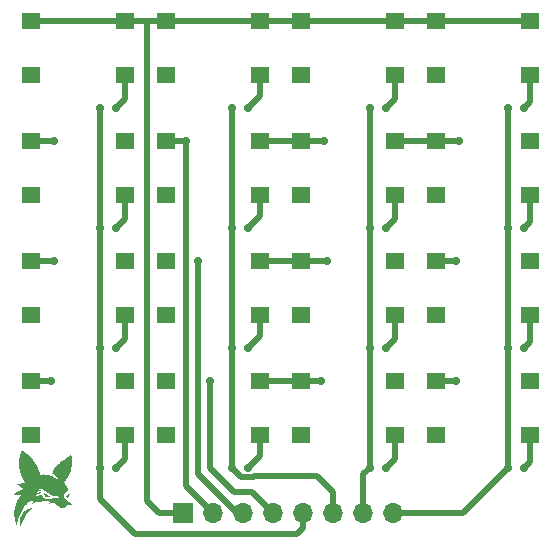
<source format=gbr>
%TF.GenerationSoftware,KiCad,Pcbnew,7.0.2*%
%TF.CreationDate,2023-04-22T16:22:17+02:00*%
%TF.ProjectId,Button_matrix,42757474-6f6e-45f6-9d61-747269782e6b,rev?*%
%TF.SameCoordinates,Original*%
%TF.FileFunction,Copper,L1,Top*%
%TF.FilePolarity,Positive*%
%FSLAX46Y46*%
G04 Gerber Fmt 4.6, Leading zero omitted, Abs format (unit mm)*
G04 Created by KiCad (PCBNEW 7.0.2) date 2023-04-22 16:22:17*
%MOMM*%
%LPD*%
G01*
G04 APERTURE LIST*
G04 Aperture macros list*
%AMRoundRect*
0 Rectangle with rounded corners*
0 $1 Rounding radius*
0 $2 $3 $4 $5 $6 $7 $8 $9 X,Y pos of 4 corners*
0 Add a 4 corners polygon primitive as box body*
4,1,4,$2,$3,$4,$5,$6,$7,$8,$9,$2,$3,0*
0 Add four circle primitives for the rounded corners*
1,1,$1+$1,$2,$3*
1,1,$1+$1,$4,$5*
1,1,$1+$1,$6,$7*
1,1,$1+$1,$8,$9*
0 Add four rect primitives between the rounded corners*
20,1,$1+$1,$2,$3,$4,$5,0*
20,1,$1+$1,$4,$5,$6,$7,0*
20,1,$1+$1,$6,$7,$8,$9,0*
20,1,$1+$1,$8,$9,$2,$3,0*%
G04 Aperture macros list end*
%TA.AperFunction,SMDPad,CuDef*%
%ADD10RoundRect,0.150000X0.150000X0.200000X-0.150000X0.200000X-0.150000X-0.200000X0.150000X-0.200000X0*%
%TD*%
%TA.AperFunction,SMDPad,CuDef*%
%ADD11R,1.600000X1.400000*%
%TD*%
%TA.AperFunction,ComponentPad*%
%ADD12R,1.700000X1.700000*%
%TD*%
%TA.AperFunction,ComponentPad*%
%ADD13O,1.700000X1.700000*%
%TD*%
%TA.AperFunction,ViaPad*%
%ADD14C,0.700000*%
%TD*%
%TA.AperFunction,Conductor*%
%ADD15C,0.500000*%
%TD*%
G04 APERTURE END LIST*
%TA.AperFunction,EtchedComponent*%
%TO.C,G\u002A\u002A\u002A*%
G36*
X72300769Y-89751422D02*
G01*
X72300354Y-89754713D01*
X72297821Y-89758487D01*
X72295201Y-89761506D01*
X72288819Y-89768845D01*
X72278948Y-89780188D01*
X72265860Y-89795222D01*
X72249831Y-89813633D01*
X72231132Y-89835105D01*
X72210038Y-89859327D01*
X72186823Y-89885982D01*
X72161760Y-89914757D01*
X72135122Y-89945338D01*
X72107183Y-89977411D01*
X72084426Y-90003534D01*
X72055443Y-90036829D01*
X72027415Y-90069078D01*
X72000631Y-90099945D01*
X71975378Y-90129098D01*
X71951943Y-90156203D01*
X71930615Y-90180926D01*
X71911680Y-90202933D01*
X71895426Y-90221891D01*
X71882142Y-90237466D01*
X71872114Y-90249324D01*
X71865631Y-90257132D01*
X71863300Y-90260084D01*
X71851686Y-90276621D01*
X71837553Y-90297805D01*
X71821348Y-90322899D01*
X71803515Y-90351167D01*
X71784497Y-90381872D01*
X71764741Y-90414278D01*
X71744690Y-90447649D01*
X71724789Y-90481246D01*
X71705483Y-90514334D01*
X71687217Y-90546177D01*
X71670435Y-90576037D01*
X71655581Y-90603178D01*
X71650931Y-90611881D01*
X71618016Y-90676292D01*
X71584870Y-90745708D01*
X71551933Y-90819022D01*
X71519646Y-90895131D01*
X71488451Y-90972931D01*
X71458789Y-91051315D01*
X71431100Y-91129182D01*
X71405826Y-91205425D01*
X71383407Y-91278940D01*
X71380405Y-91289357D01*
X71377288Y-91299686D01*
X71375103Y-91304875D01*
X71373301Y-91305747D01*
X71371334Y-91303127D01*
X71371288Y-91303043D01*
X71367713Y-91295041D01*
X71362884Y-91282211D01*
X71357160Y-91265655D01*
X71350896Y-91246477D01*
X71344449Y-91225777D01*
X71338176Y-91204659D01*
X71332434Y-91184226D01*
X71330473Y-91176897D01*
X71318013Y-91125171D01*
X71308158Y-91073989D01*
X71300671Y-91021720D01*
X71295317Y-90966732D01*
X71291967Y-90909909D01*
X71291439Y-90864344D01*
X71293438Y-90814864D01*
X71297797Y-90763077D01*
X71304350Y-90710592D01*
X71312930Y-90659015D01*
X71322939Y-90611765D01*
X71343886Y-90536400D01*
X71370693Y-90461793D01*
X71403077Y-90388503D01*
X71440759Y-90317089D01*
X71483455Y-90248108D01*
X71530884Y-90182121D01*
X71554524Y-90152548D01*
X71572661Y-90131514D01*
X71593931Y-90108334D01*
X71617200Y-90084139D01*
X71641329Y-90060059D01*
X71665183Y-90037226D01*
X71687626Y-90016770D01*
X71707520Y-89999823D01*
X71710004Y-89997821D01*
X71777790Y-89947536D01*
X71848787Y-89902404D01*
X71922687Y-89862576D01*
X71999182Y-89828200D01*
X72077963Y-89799425D01*
X72158723Y-89776400D01*
X72177018Y-89772054D01*
X72194275Y-89768286D01*
X72212957Y-89764518D01*
X72232074Y-89760914D01*
X72250636Y-89757639D01*
X72267653Y-89754859D01*
X72282135Y-89752738D01*
X72293091Y-89751443D01*
X72299533Y-89751136D01*
X72300769Y-89751422D01*
G37*
%TD.AperFunction*%
%TA.AperFunction,EtchedComponent*%
G36*
X71462199Y-84852188D02*
G01*
X71464744Y-84853669D01*
X71465037Y-84853826D01*
X71471765Y-84857756D01*
X71482876Y-84864688D01*
X71497676Y-84874159D01*
X71515472Y-84885709D01*
X71535569Y-84898876D01*
X71557275Y-84913199D01*
X71579895Y-84928217D01*
X71602736Y-84943467D01*
X71625104Y-84958489D01*
X71646306Y-84972821D01*
X71665647Y-84986001D01*
X71682435Y-84997569D01*
X71695976Y-85007063D01*
X71703088Y-85012181D01*
X71818887Y-85100647D01*
X71930970Y-85193776D01*
X72039595Y-85291796D01*
X72145021Y-85394935D01*
X72198179Y-85450153D01*
X72295769Y-85558029D01*
X72389136Y-85670269D01*
X72478118Y-85786626D01*
X72562550Y-85906851D01*
X72642271Y-86030698D01*
X72717117Y-86157916D01*
X72786926Y-86288260D01*
X72851534Y-86421480D01*
X72883872Y-86493766D01*
X72897951Y-86527206D01*
X72913278Y-86565453D01*
X72929457Y-86607396D01*
X72946089Y-86651922D01*
X72962778Y-86697918D01*
X72979127Y-86744271D01*
X72994739Y-86789869D01*
X73009216Y-86833600D01*
X73022162Y-86874350D01*
X73033179Y-86911007D01*
X73034825Y-86916728D01*
X73040378Y-86936176D01*
X73051783Y-86934377D01*
X73066248Y-86932324D01*
X73085406Y-86929938D01*
X73107828Y-86927369D01*
X73132081Y-86924767D01*
X73156734Y-86922283D01*
X73180356Y-86920068D01*
X73201516Y-86918271D01*
X73213448Y-86917387D01*
X73249685Y-86915573D01*
X73290408Y-86914666D01*
X73334123Y-86914626D01*
X73379340Y-86915414D01*
X73424567Y-86916988D01*
X73468312Y-86919309D01*
X73509083Y-86922335D01*
X73545388Y-86926028D01*
X73548870Y-86926451D01*
X73623299Y-86937225D01*
X73698036Y-86951064D01*
X73771959Y-86967679D01*
X73843949Y-86986783D01*
X73912885Y-87008087D01*
X73977647Y-87031303D01*
X74014347Y-87046163D01*
X74077509Y-87074417D01*
X74143687Y-87106723D01*
X74211863Y-87142497D01*
X74281016Y-87181159D01*
X74350127Y-87222125D01*
X74418176Y-87264814D01*
X74484143Y-87308644D01*
X74528566Y-87339714D01*
X74547754Y-87353464D01*
X74565795Y-87366445D01*
X74581943Y-87378117D01*
X74595452Y-87387938D01*
X74605579Y-87395370D01*
X74611577Y-87399871D01*
X74612149Y-87400319D01*
X74618382Y-87404968D01*
X74622402Y-87407101D01*
X74624061Y-87406356D01*
X74623209Y-87402371D01*
X74619697Y-87394786D01*
X74613375Y-87383240D01*
X74604094Y-87367370D01*
X74591704Y-87346816D01*
X74586440Y-87338178D01*
X74578635Y-87325496D01*
X74571466Y-87314136D01*
X74564275Y-87303136D01*
X74556401Y-87291532D01*
X74547186Y-87278359D01*
X74535970Y-87262656D01*
X74522094Y-87243458D01*
X74513902Y-87232178D01*
X74470205Y-87176083D01*
X74421310Y-87120607D01*
X74368157Y-87066660D01*
X74311687Y-87015151D01*
X74252839Y-86966990D01*
X74198694Y-86927308D01*
X74180800Y-86915230D01*
X74160333Y-86901934D01*
X74138554Y-86888192D01*
X74116722Y-86874779D01*
X74096099Y-86862468D01*
X74077943Y-86852033D01*
X74063515Y-86844246D01*
X74062738Y-86843851D01*
X74055053Y-86839232D01*
X74050366Y-86835007D01*
X74049692Y-86833464D01*
X74050478Y-86825521D01*
X74052650Y-86812625D01*
X74055976Y-86795752D01*
X74060226Y-86775878D01*
X74065168Y-86753979D01*
X74070571Y-86731030D01*
X74076203Y-86708008D01*
X74081835Y-86685887D01*
X74087233Y-86665644D01*
X74092168Y-86648255D01*
X74096408Y-86634695D01*
X74097595Y-86631283D01*
X74105734Y-86610329D01*
X74116300Y-86585547D01*
X74128597Y-86558399D01*
X74141927Y-86530346D01*
X74155592Y-86502851D01*
X74168895Y-86477376D01*
X74181137Y-86455382D01*
X74183252Y-86451774D01*
X74220568Y-86391882D01*
X74261031Y-86333084D01*
X74304915Y-86275097D01*
X74352497Y-86217637D01*
X74404053Y-86160421D01*
X74459857Y-86103166D01*
X74520186Y-86045589D01*
X74585316Y-85987407D01*
X74655521Y-85928337D01*
X74731079Y-85868096D01*
X74810113Y-85807999D01*
X74827743Y-85795000D01*
X74848997Y-85779536D01*
X74873561Y-85761827D01*
X74901123Y-85742089D01*
X74931369Y-85720540D01*
X74963987Y-85697398D01*
X74998663Y-85672880D01*
X75035085Y-85647203D01*
X75072938Y-85620586D01*
X75111910Y-85593245D01*
X75151689Y-85565399D01*
X75191960Y-85537264D01*
X75232410Y-85509059D01*
X75272727Y-85481001D01*
X75312598Y-85453308D01*
X75351709Y-85426197D01*
X75389747Y-85399885D01*
X75426400Y-85374591D01*
X75461353Y-85350531D01*
X75494295Y-85327924D01*
X75524911Y-85306987D01*
X75552889Y-85287937D01*
X75577916Y-85270992D01*
X75599678Y-85256370D01*
X75617863Y-85244288D01*
X75632157Y-85234963D01*
X75642248Y-85228614D01*
X75647821Y-85225458D01*
X75648869Y-85225193D01*
X75650417Y-85231276D01*
X75652795Y-85242413D01*
X75655819Y-85257597D01*
X75659305Y-85275821D01*
X75663067Y-85296078D01*
X75666921Y-85317362D01*
X75670681Y-85338665D01*
X75674165Y-85358981D01*
X75677185Y-85377304D01*
X75679433Y-85391777D01*
X75687179Y-85447074D01*
X75693484Y-85499479D01*
X75698447Y-85550418D01*
X75702167Y-85601318D01*
X75704743Y-85653607D01*
X75706274Y-85708710D01*
X75706860Y-85768056D01*
X75706867Y-85786587D01*
X75706605Y-85833633D01*
X75705925Y-85875887D01*
X75704755Y-85914693D01*
X75703021Y-85951396D01*
X75700650Y-85987339D01*
X75697569Y-86023866D01*
X75693706Y-86062321D01*
X75690182Y-86093833D01*
X75672661Y-86219382D01*
X75649320Y-86344312D01*
X75620298Y-86468227D01*
X75585730Y-86590733D01*
X75545755Y-86711436D01*
X75500510Y-86829940D01*
X75450133Y-86945852D01*
X75394760Y-87058776D01*
X75334528Y-87168318D01*
X75291376Y-87239859D01*
X75261918Y-87285623D01*
X75229565Y-87333531D01*
X75195347Y-87382157D01*
X75160294Y-87430076D01*
X75125439Y-87475862D01*
X75091810Y-87518090D01*
X75079257Y-87533279D01*
X75068696Y-87546009D01*
X75059682Y-87557070D01*
X75052888Y-87565618D01*
X75048992Y-87570808D01*
X75048326Y-87571945D01*
X75049848Y-87575334D01*
X75054282Y-87583383D01*
X75061294Y-87595541D01*
X75070545Y-87611253D01*
X75081699Y-87629966D01*
X75094419Y-87651127D01*
X75108370Y-87674182D01*
X75123212Y-87698577D01*
X75138611Y-87723759D01*
X75154230Y-87749175D01*
X75169731Y-87774270D01*
X75184777Y-87798492D01*
X75199033Y-87821286D01*
X75212161Y-87842100D01*
X75223426Y-87859760D01*
X75236728Y-87880432D01*
X75248678Y-87898909D01*
X75259703Y-87915818D01*
X75270235Y-87931785D01*
X75280702Y-87947435D01*
X75291534Y-87963395D01*
X75303160Y-87980293D01*
X75316009Y-87998752D01*
X75330513Y-88019402D01*
X75347098Y-88042866D01*
X75366197Y-88069772D01*
X75388236Y-88100747D01*
X75400022Y-88117293D01*
X75452731Y-88191279D01*
X75234349Y-88402428D01*
X75203621Y-88432126D01*
X75174109Y-88460623D01*
X75146117Y-88487629D01*
X75119948Y-88512850D01*
X75095907Y-88535996D01*
X75074296Y-88556775D01*
X75055419Y-88574895D01*
X75039580Y-88590063D01*
X75027083Y-88601989D01*
X75018230Y-88610381D01*
X75013326Y-88614946D01*
X75012429Y-88615716D01*
X75011722Y-88618114D01*
X75011695Y-88624289D01*
X75012383Y-88634596D01*
X75013824Y-88649387D01*
X75016053Y-88669013D01*
X75019107Y-88693830D01*
X75023021Y-88724188D01*
X75025387Y-88742120D01*
X75028992Y-88769119D01*
X75032389Y-88794255D01*
X75035485Y-88816868D01*
X75038188Y-88836296D01*
X75040406Y-88851877D01*
X75042045Y-88862952D01*
X75043015Y-88868860D01*
X75043194Y-88869627D01*
X75045676Y-88871924D01*
X75052637Y-88877908D01*
X75063816Y-88887360D01*
X75078949Y-88900062D01*
X75097771Y-88915794D01*
X75120021Y-88934339D01*
X75145434Y-88955476D01*
X75173747Y-88978987D01*
X75204697Y-89004654D01*
X75238020Y-89032257D01*
X75273453Y-89061577D01*
X75310734Y-89092396D01*
X75349597Y-89124495D01*
X75389780Y-89157655D01*
X75392786Y-89160134D01*
X75444730Y-89203005D01*
X75492076Y-89242138D01*
X75534991Y-89277675D01*
X75573644Y-89309758D01*
X75608201Y-89338528D01*
X75638831Y-89364126D01*
X75665702Y-89386694D01*
X75688980Y-89406373D01*
X75708834Y-89423304D01*
X75725432Y-89437630D01*
X75738941Y-89449490D01*
X75749529Y-89459028D01*
X75757363Y-89466384D01*
X75762612Y-89471699D01*
X75763433Y-89472604D01*
X75785799Y-89497810D01*
X75763433Y-89490170D01*
X75743868Y-89484349D01*
X75719912Y-89478583D01*
X75693310Y-89473213D01*
X75665808Y-89468580D01*
X75639153Y-89465025D01*
X75629633Y-89464031D01*
X75593106Y-89462186D01*
X75553870Y-89463108D01*
X75513749Y-89466599D01*
X75474568Y-89472461D01*
X75438152Y-89480496D01*
X75415335Y-89487290D01*
X75368599Y-89505763D01*
X75322239Y-89529248D01*
X75277997Y-89556768D01*
X75238454Y-89586640D01*
X75208556Y-89614704D01*
X75179786Y-89647733D01*
X75153045Y-89684554D01*
X75129236Y-89723991D01*
X75120913Y-89739877D01*
X75103969Y-89773665D01*
X75072258Y-89778839D01*
X75049973Y-89782142D01*
X75027366Y-89784898D01*
X75005710Y-89787001D01*
X74986278Y-89788343D01*
X74970342Y-89788818D01*
X74959175Y-89788319D01*
X74959127Y-89788314D01*
X74908345Y-89780508D01*
X74861747Y-89769963D01*
X74817815Y-89756237D01*
X74775033Y-89738884D01*
X74751180Y-89727501D01*
X74739343Y-89721312D01*
X74726982Y-89714300D01*
X74713740Y-89706200D01*
X74699257Y-89696748D01*
X74683176Y-89685678D01*
X74665137Y-89672726D01*
X74644782Y-89657627D01*
X74621753Y-89640116D01*
X74595690Y-89619928D01*
X74566237Y-89596799D01*
X74533034Y-89570463D01*
X74495722Y-89540656D01*
X74465998Y-89516805D01*
X74437069Y-89493650D01*
X74412230Y-89474011D01*
X74390865Y-89457457D01*
X74372356Y-89443557D01*
X74356085Y-89431878D01*
X74341433Y-89421990D01*
X74327785Y-89413462D01*
X74314521Y-89405860D01*
X74301023Y-89398754D01*
X74287459Y-89392088D01*
X74256925Y-89377906D01*
X74230001Y-89366458D01*
X74205105Y-89357190D01*
X74180655Y-89349551D01*
X74155071Y-89342986D01*
X74133763Y-89338349D01*
X74116119Y-89334907D01*
X74101009Y-89332449D01*
X74086611Y-89330804D01*
X74071107Y-89329798D01*
X74052675Y-89329260D01*
X74035444Y-89329057D01*
X74014261Y-89329000D01*
X73997401Y-89329296D01*
X73983046Y-89330101D01*
X73969379Y-89331571D01*
X73954581Y-89333862D01*
X73936834Y-89337133D01*
X73932927Y-89337888D01*
X73906014Y-89343881D01*
X73877881Y-89351503D01*
X73850234Y-89360206D01*
X73824779Y-89369443D01*
X73803223Y-89378664D01*
X73797926Y-89381266D01*
X73790253Y-89385033D01*
X73785167Y-89387254D01*
X73784272Y-89387507D01*
X73784854Y-89384712D01*
X73787178Y-89376794D01*
X73791019Y-89364454D01*
X73796157Y-89348391D01*
X73802368Y-89329305D01*
X73809430Y-89307897D01*
X73812980Y-89297231D01*
X73843110Y-89206955D01*
X73822728Y-89205009D01*
X73791679Y-89202432D01*
X73755366Y-89200083D01*
X73714669Y-89197981D01*
X73670464Y-89196144D01*
X73623630Y-89194590D01*
X73575046Y-89193339D01*
X73525589Y-89192408D01*
X73476138Y-89191817D01*
X73427570Y-89191584D01*
X73380763Y-89191726D01*
X73336597Y-89192263D01*
X73295949Y-89193214D01*
X73283102Y-89193634D01*
X73163315Y-89199752D01*
X73045141Y-89209523D01*
X72929029Y-89222864D01*
X72815426Y-89239688D01*
X72704779Y-89259910D01*
X72597536Y-89283444D01*
X72494144Y-89310205D01*
X72395051Y-89340108D01*
X72300703Y-89373067D01*
X72258669Y-89389371D01*
X72247159Y-89393808D01*
X72237988Y-89397010D01*
X72232496Y-89398525D01*
X72231552Y-89398514D01*
X72233018Y-89396031D01*
X72238056Y-89390740D01*
X72245146Y-89384174D01*
X72288717Y-89342437D01*
X72328383Y-89297868D01*
X72363640Y-89251161D01*
X72393983Y-89203012D01*
X72418905Y-89154114D01*
X72427712Y-89133325D01*
X72433448Y-89118072D01*
X72439367Y-89100889D01*
X72445189Y-89082768D01*
X72450632Y-89064701D01*
X72455416Y-89047678D01*
X72459262Y-89032690D01*
X72461886Y-89020729D01*
X72463011Y-89012787D01*
X72462634Y-89009984D01*
X72459174Y-89010457D01*
X72450888Y-89013285D01*
X72438485Y-89018156D01*
X72422671Y-89024756D01*
X72404157Y-89032774D01*
X72383651Y-89041894D01*
X72361862Y-89051805D01*
X72339497Y-89062193D01*
X72317265Y-89072745D01*
X72295876Y-89083148D01*
X72286090Y-89088010D01*
X72204395Y-89131307D01*
X72127798Y-89176980D01*
X72055515Y-89225624D01*
X71986761Y-89277836D01*
X71920753Y-89334211D01*
X71856707Y-89395345D01*
X71793838Y-89461833D01*
X71792983Y-89462782D01*
X71734203Y-89530421D01*
X71678408Y-89599580D01*
X71625338Y-89670711D01*
X71574732Y-89744264D01*
X71526331Y-89820691D01*
X71479872Y-89900444D01*
X71435097Y-89983974D01*
X71391744Y-90071732D01*
X71349553Y-90164170D01*
X71308264Y-90261739D01*
X71267616Y-90364891D01*
X71258452Y-90389128D01*
X71237244Y-90446980D01*
X71215752Y-90508157D01*
X71194339Y-90571504D01*
X71173370Y-90635866D01*
X71153208Y-90700090D01*
X71134218Y-90763023D01*
X71116764Y-90823509D01*
X71101210Y-90880395D01*
X71091229Y-90919126D01*
X71083810Y-90948986D01*
X71077375Y-90975355D01*
X71071621Y-90999585D01*
X71066245Y-91023023D01*
X71060943Y-91047020D01*
X71055412Y-91072925D01*
X71049349Y-91102087D01*
X71042449Y-91135857D01*
X71042015Y-91137994D01*
X71024403Y-91224745D01*
X71017837Y-91208660D01*
X71014772Y-91200867D01*
X71010029Y-91188460D01*
X71004044Y-91172593D01*
X70997252Y-91154421D01*
X70990089Y-91135101D01*
X70988623Y-91131126D01*
X70948022Y-91012850D01*
X70912983Y-90893569D01*
X70883523Y-90773550D01*
X70859660Y-90653063D01*
X70841412Y-90532376D01*
X70828798Y-90411758D01*
X70821834Y-90291476D01*
X70820539Y-90171801D01*
X70824931Y-90052999D01*
X70835029Y-89935340D01*
X70850848Y-89819093D01*
X70872409Y-89704526D01*
X70888572Y-89634839D01*
X70910755Y-89553053D01*
X70937068Y-89468747D01*
X70966963Y-89383387D01*
X70999889Y-89298437D01*
X71035299Y-89215362D01*
X71072644Y-89135625D01*
X71084947Y-89110985D01*
X71117927Y-89049075D01*
X71155053Y-88984915D01*
X71195471Y-88919823D01*
X71238324Y-88855117D01*
X71274352Y-88804032D01*
X72577973Y-88804032D01*
X72580586Y-88803522D01*
X72587845Y-88800677D01*
X72598884Y-88795873D01*
X72612835Y-88789489D01*
X72627901Y-88782348D01*
X72696645Y-88752160D01*
X72767278Y-88726736D01*
X72839084Y-88706230D01*
X72911345Y-88690797D01*
X72983346Y-88680594D01*
X73054369Y-88675776D01*
X73117189Y-88676186D01*
X73137404Y-88677142D01*
X73152264Y-88678056D01*
X73162559Y-88679043D01*
X73169077Y-88680218D01*
X73172607Y-88681695D01*
X73173937Y-88683591D01*
X73174030Y-88684474D01*
X73175496Y-88689708D01*
X73179511Y-88699126D01*
X73185498Y-88711618D01*
X73192880Y-88726077D01*
X73201082Y-88741395D01*
X73209526Y-88756464D01*
X73217636Y-88770176D01*
X73223171Y-88778931D01*
X73257328Y-88825453D01*
X73295543Y-88867391D01*
X73337703Y-88904675D01*
X73383692Y-88937232D01*
X73433398Y-88964992D01*
X73486707Y-88987883D01*
X73543505Y-89005834D01*
X73603678Y-89018773D01*
X73605710Y-89019112D01*
X73624468Y-89021378D01*
X73647763Y-89022903D01*
X73674030Y-89023698D01*
X73701709Y-89023774D01*
X73729236Y-89023141D01*
X73755048Y-89021810D01*
X73777583Y-89019794D01*
X73791594Y-89017802D01*
X73854409Y-89003912D01*
X73913931Y-88984946D01*
X73970587Y-88960720D01*
X74024804Y-88931050D01*
X74077010Y-88895752D01*
X74080766Y-88892940D01*
X74092500Y-88884343D01*
X74100572Y-88879168D01*
X74106028Y-88876886D01*
X74109911Y-88876970D01*
X74111242Y-88877539D01*
X74116503Y-88878673D01*
X74126513Y-88878824D01*
X74141702Y-88877980D01*
X74162500Y-88876128D01*
X74163710Y-88876007D01*
X74235589Y-88871831D01*
X74306852Y-88873740D01*
X74377281Y-88881696D01*
X74446658Y-88895658D01*
X74514764Y-88915588D01*
X74581381Y-88941447D01*
X74614792Y-88956945D01*
X74627461Y-88963018D01*
X74637971Y-88967794D01*
X74645193Y-88970779D01*
X74647982Y-88971503D01*
X74647141Y-88968437D01*
X74644166Y-88960022D01*
X74639195Y-88946622D01*
X74632369Y-88928598D01*
X74623825Y-88906311D01*
X74613702Y-88880122D01*
X74602141Y-88850394D01*
X74589280Y-88817488D01*
X74575258Y-88781765D01*
X74563534Y-88751997D01*
X74561797Y-88750434D01*
X74557510Y-88749454D01*
X74549850Y-88749026D01*
X74537993Y-88749116D01*
X74521115Y-88749691D01*
X74513953Y-88749997D01*
X74459271Y-88750633D01*
X74400663Y-88748046D01*
X74339311Y-88742432D01*
X74276397Y-88733986D01*
X74213101Y-88722902D01*
X74150606Y-88709377D01*
X74090093Y-88693604D01*
X74032743Y-88675780D01*
X74005129Y-88665975D01*
X73942083Y-88640045D01*
X73877177Y-88608464D01*
X73810648Y-88571355D01*
X73742733Y-88528846D01*
X73732147Y-88521814D01*
X73710822Y-88507361D01*
X73690151Y-88492942D01*
X73669585Y-88478126D01*
X73648573Y-88462481D01*
X73626568Y-88445575D01*
X73603019Y-88426979D01*
X73577378Y-88406260D01*
X73549095Y-88382987D01*
X73517620Y-88356729D01*
X73482405Y-88327054D01*
X73461305Y-88309173D01*
X73415334Y-88271389D01*
X73372123Y-88238538D01*
X73331153Y-88210353D01*
X73291904Y-88186571D01*
X73253857Y-88166927D01*
X73216494Y-88151155D01*
X73179294Y-88138991D01*
X73141739Y-88130171D01*
X73103310Y-88124428D01*
X73098116Y-88123883D01*
X73055892Y-88122661D01*
X73012931Y-88127156D01*
X72970061Y-88137141D01*
X72928106Y-88152391D01*
X72887893Y-88172678D01*
X72863427Y-88188218D01*
X72851673Y-88196329D01*
X72843303Y-88202440D01*
X72838687Y-88206861D01*
X72838196Y-88209901D01*
X72842200Y-88211868D01*
X72851069Y-88213072D01*
X72865176Y-88213822D01*
X72884889Y-88214427D01*
X72895209Y-88214721D01*
X72942322Y-88217311D01*
X72984866Y-88222345D01*
X73024012Y-88230067D01*
X73060930Y-88240722D01*
X73096788Y-88254554D01*
X73106409Y-88258850D01*
X73118693Y-88264783D01*
X73132089Y-88271726D01*
X73145490Y-88279046D01*
X73157792Y-88286110D01*
X73167891Y-88292282D01*
X73174681Y-88296930D01*
X73177060Y-88299381D01*
X73176308Y-88303657D01*
X73175185Y-88308233D01*
X73172673Y-88313010D01*
X73168373Y-88312481D01*
X73168314Y-88312451D01*
X73161615Y-88309817D01*
X73150415Y-88306289D01*
X73136220Y-88302271D01*
X73120536Y-88298163D01*
X73104869Y-88294369D01*
X73090725Y-88291289D01*
X73084929Y-88290185D01*
X73067854Y-88288023D01*
X73046570Y-88286662D01*
X73022764Y-88286084D01*
X72998120Y-88286275D01*
X72974326Y-88287218D01*
X72953066Y-88288896D01*
X72936027Y-88291295D01*
X72934378Y-88291624D01*
X72884417Y-88305029D01*
X72836618Y-88323900D01*
X72791465Y-88347905D01*
X72749444Y-88376710D01*
X72711039Y-88409984D01*
X72676736Y-88447395D01*
X72647217Y-88488300D01*
X72640663Y-88499471D01*
X72638120Y-88506150D01*
X72639595Y-88508503D01*
X72645098Y-88506699D01*
X72647966Y-88505122D01*
X72659058Y-88499417D01*
X72674710Y-88492418D01*
X72693610Y-88484647D01*
X72714445Y-88476622D01*
X72735903Y-88468862D01*
X72756673Y-88461887D01*
X72759410Y-88461016D01*
X72798233Y-88450077D01*
X72840382Y-88440543D01*
X72883093Y-88432978D01*
X72917840Y-88428514D01*
X72931442Y-88427513D01*
X72948341Y-88426870D01*
X72967382Y-88426565D01*
X72987407Y-88426580D01*
X73007260Y-88426894D01*
X73025784Y-88427488D01*
X73041824Y-88428342D01*
X73054221Y-88429436D01*
X73061820Y-88430751D01*
X73062520Y-88430983D01*
X73063852Y-88432222D01*
X73062198Y-88434108D01*
X73057012Y-88436889D01*
X73047747Y-88440814D01*
X73033855Y-88446131D01*
X73014790Y-88453089D01*
X73010288Y-88454707D01*
X72987734Y-88462794D01*
X72970315Y-88469051D01*
X72957383Y-88473726D01*
X72948293Y-88477069D01*
X72942397Y-88479328D01*
X72939047Y-88480754D01*
X72937597Y-88481594D01*
X72937399Y-88482098D01*
X72937807Y-88482515D01*
X72937876Y-88482582D01*
X72941135Y-88483283D01*
X72949714Y-88484637D01*
X72962837Y-88486533D01*
X72979727Y-88488864D01*
X72999606Y-88491519D01*
X73021698Y-88494391D01*
X73026614Y-88495020D01*
X73049048Y-88497907D01*
X73069412Y-88500575D01*
X73086932Y-88502918D01*
X73100839Y-88504832D01*
X73110359Y-88506212D01*
X73114721Y-88506952D01*
X73114912Y-88507018D01*
X73112382Y-88507506D01*
X73104877Y-88508213D01*
X73093554Y-88509046D01*
X73079600Y-88509908D01*
X73054876Y-88512077D01*
X73026652Y-88515806D01*
X72997255Y-88520702D01*
X72969013Y-88526374D01*
X72944253Y-88532432D01*
X72942059Y-88533043D01*
X72912752Y-88542584D01*
X72880497Y-88555262D01*
X72847047Y-88570257D01*
X72814151Y-88586747D01*
X72783564Y-88603910D01*
X72762321Y-88617313D01*
X72717594Y-88650361D01*
X72674168Y-88688415D01*
X72633299Y-88730338D01*
X72617516Y-88748449D01*
X72609069Y-88758863D01*
X72600261Y-88770363D01*
X72591918Y-88781785D01*
X72584871Y-88791962D01*
X72579949Y-88799731D01*
X72577979Y-88803925D01*
X72577973Y-88804032D01*
X71274352Y-88804032D01*
X71282756Y-88792116D01*
X71327911Y-88732138D01*
X71345154Y-88710321D01*
X71353059Y-88699982D01*
X71358919Y-88691380D01*
X71362025Y-88685616D01*
X71362186Y-88683861D01*
X71358422Y-88682779D01*
X71349275Y-88681076D01*
X71335464Y-88678848D01*
X71317711Y-88676189D01*
X71296734Y-88673195D01*
X71273254Y-88669961D01*
X71247991Y-88666582D01*
X71221664Y-88663154D01*
X71194994Y-88659770D01*
X71168701Y-88656527D01*
X71143504Y-88653519D01*
X71120123Y-88650842D01*
X71099279Y-88648591D01*
X71083223Y-88647002D01*
X71047695Y-88644317D01*
X71007688Y-88642360D01*
X70964827Y-88641141D01*
X70920735Y-88640671D01*
X70877037Y-88640961D01*
X70835358Y-88642020D01*
X70797321Y-88643860D01*
X70780586Y-88645043D01*
X70763104Y-88646372D01*
X70747861Y-88647414D01*
X70735864Y-88648108D01*
X70728119Y-88648396D01*
X70725628Y-88648274D01*
X70727125Y-88645745D01*
X70732172Y-88639616D01*
X70740030Y-88630687D01*
X70749960Y-88619759D01*
X70761223Y-88607633D01*
X70773080Y-88595108D01*
X70784792Y-88582985D01*
X70795620Y-88572065D01*
X70799553Y-88568199D01*
X70837521Y-88532824D01*
X70879737Y-88496331D01*
X70924735Y-88459862D01*
X70971048Y-88424561D01*
X71017211Y-88391571D01*
X71061756Y-88362034D01*
X71073403Y-88354745D01*
X71136854Y-88318032D01*
X71204261Y-88283586D01*
X71274433Y-88251875D01*
X71346179Y-88223368D01*
X71418309Y-88198532D01*
X71489631Y-88177838D01*
X71558956Y-88161753D01*
X71568671Y-88159851D01*
X71581353Y-88157292D01*
X71591934Y-88154909D01*
X71598808Y-88153074D01*
X71600278Y-88152519D01*
X71599696Y-88149736D01*
X71594982Y-88143440D01*
X71586652Y-88134130D01*
X71575228Y-88122308D01*
X71561227Y-88108473D01*
X71545168Y-88093125D01*
X71527572Y-88076766D01*
X71508956Y-88059896D01*
X71489841Y-88043015D01*
X71470744Y-88026623D01*
X71462671Y-88019853D01*
X71431137Y-87994431D01*
X71396532Y-87967977D01*
X71360385Y-87941586D01*
X71324228Y-87916354D01*
X71289590Y-87893377D01*
X71261812Y-87876032D01*
X71231961Y-87858457D01*
X71203485Y-87842617D01*
X71174593Y-87827580D01*
X71143498Y-87812416D01*
X71108410Y-87796196D01*
X71107816Y-87795927D01*
X71090834Y-87788220D01*
X71075875Y-87781386D01*
X71063800Y-87775823D01*
X71055472Y-87771929D01*
X71051752Y-87770100D01*
X71051644Y-87770028D01*
X71053926Y-87768627D01*
X71061265Y-87765627D01*
X71072864Y-87761299D01*
X71087924Y-87755914D01*
X71105650Y-87749742D01*
X71125243Y-87743054D01*
X71145907Y-87736121D01*
X71166845Y-87729213D01*
X71187259Y-87722600D01*
X71206352Y-87716554D01*
X71223327Y-87711344D01*
X71232410Y-87708662D01*
X71326127Y-87684564D01*
X71422224Y-87665736D01*
X71519696Y-87652319D01*
X71617534Y-87644454D01*
X71703091Y-87642240D01*
X71723075Y-87642161D01*
X71740832Y-87641928D01*
X71755498Y-87641568D01*
X71766212Y-87641104D01*
X71772110Y-87640560D01*
X71772990Y-87640242D01*
X71771205Y-87636535D01*
X71768788Y-87633376D01*
X71764162Y-87627410D01*
X71756744Y-87617089D01*
X71747079Y-87603222D01*
X71735713Y-87586613D01*
X71723190Y-87568070D01*
X71710055Y-87548400D01*
X71696852Y-87528407D01*
X71684127Y-87508900D01*
X71672883Y-87491405D01*
X71606366Y-87381750D01*
X71545445Y-87270345D01*
X71489914Y-87156731D01*
X71439565Y-87040452D01*
X71394193Y-86921050D01*
X71353591Y-86798069D01*
X71341008Y-86755947D01*
X71306917Y-86628679D01*
X71278908Y-86501871D01*
X71256956Y-86375279D01*
X71241037Y-86248656D01*
X71231127Y-86121760D01*
X71227204Y-85994344D01*
X71229243Y-85866163D01*
X71237221Y-85736974D01*
X71239785Y-85708240D01*
X71254703Y-85581399D01*
X71275539Y-85454218D01*
X71302145Y-85327325D01*
X71334372Y-85201350D01*
X71372071Y-85076923D01*
X71415093Y-84954670D01*
X71423584Y-84932444D01*
X71432900Y-84908325D01*
X71440254Y-84889344D01*
X71445948Y-84874929D01*
X71450285Y-84864505D01*
X71453568Y-84857499D01*
X71456098Y-84853339D01*
X71458178Y-84851449D01*
X71460111Y-84851256D01*
X71462199Y-84852188D01*
G37*
%TD.AperFunction*%
%TA.AperFunction,EtchedComponent*%
G36*
X75579208Y-88477668D02*
G01*
X75576773Y-88483602D01*
X75571992Y-88493533D01*
X75564635Y-88508140D01*
X75563366Y-88510636D01*
X75543020Y-88549222D01*
X75519969Y-88590483D01*
X75495417Y-88632350D01*
X75470565Y-88672757D01*
X75454940Y-88697074D01*
X75446899Y-88709035D01*
X75436665Y-88723773D01*
X75424749Y-88740598D01*
X75411660Y-88758819D01*
X75397910Y-88777745D01*
X75384009Y-88796686D01*
X75370466Y-88814949D01*
X75357793Y-88831845D01*
X75346500Y-88846682D01*
X75337097Y-88858770D01*
X75330095Y-88867417D01*
X75326004Y-88871933D01*
X75325464Y-88872355D01*
X75322636Y-88870791D01*
X75315689Y-88865736D01*
X75305208Y-88857652D01*
X75291779Y-88847002D01*
X75275988Y-88834246D01*
X75258420Y-88819846D01*
X75249474Y-88812441D01*
X75231110Y-88797172D01*
X75214161Y-88783043D01*
X75199238Y-88770565D01*
X75186949Y-88760247D01*
X75177901Y-88752600D01*
X75172705Y-88748135D01*
X75171787Y-88747302D01*
X75171866Y-88746020D01*
X75173892Y-88743622D01*
X75178158Y-88739909D01*
X75184955Y-88734678D01*
X75194574Y-88727731D01*
X75207308Y-88718866D01*
X75223448Y-88707884D01*
X75243286Y-88694584D01*
X75267113Y-88678765D01*
X75295221Y-88660227D01*
X75327902Y-88638770D01*
X75365447Y-88614194D01*
X75366888Y-88613251D01*
X75398647Y-88592483D01*
X75429066Y-88572583D01*
X75457731Y-88553824D01*
X75484226Y-88536477D01*
X75508136Y-88520815D01*
X75529048Y-88507108D01*
X75546546Y-88495629D01*
X75560215Y-88486650D01*
X75569641Y-88480441D01*
X75574409Y-88477276D01*
X75574728Y-88477059D01*
X75577956Y-88475075D01*
X75579525Y-88475052D01*
X75579208Y-88477668D01*
G37*
%TD.AperFunction*%
%TA.AperFunction,EtchedComponent*%
G36*
X73359180Y-88434246D02*
G01*
X73365969Y-88438899D01*
X73376089Y-88446273D01*
X73388796Y-88455823D01*
X73403343Y-88467005D01*
X73406487Y-88469450D01*
X73459717Y-88510400D01*
X73509636Y-88547592D01*
X73557234Y-88581661D01*
X73603501Y-88613238D01*
X73649426Y-88642956D01*
X73695999Y-88671447D01*
X73744210Y-88699344D01*
X73795049Y-88727279D01*
X73849504Y-88755885D01*
X73875393Y-88769115D01*
X73911569Y-88787462D01*
X73899671Y-88795336D01*
X73884317Y-88804524D01*
X73865242Y-88814506D01*
X73844597Y-88824268D01*
X73824535Y-88832799D01*
X73807209Y-88839087D01*
X73805541Y-88839605D01*
X73766067Y-88849270D01*
X73726024Y-88854692D01*
X73687007Y-88855728D01*
X73654869Y-88852914D01*
X73632681Y-88848547D01*
X73607703Y-88841911D01*
X73582483Y-88833777D01*
X73559572Y-88824917D01*
X73553552Y-88822243D01*
X73515393Y-88801957D01*
X73481616Y-88778122D01*
X73451116Y-88749951D01*
X73449349Y-88748086D01*
X73418202Y-88711162D01*
X73392973Y-88672753D01*
X73373559Y-88632604D01*
X73359857Y-88590461D01*
X73351765Y-88546070D01*
X73349178Y-88500112D01*
X73349525Y-88485200D01*
X73350451Y-88469911D01*
X73351806Y-88455627D01*
X73353440Y-88443730D01*
X73355203Y-88435601D01*
X73356467Y-88432859D01*
X73359180Y-88434246D01*
G37*
%TD.AperFunction*%
%TD*%
D10*
%TO.P,D14,1,K*%
%TO.N,OUT_2*%
X89216000Y-86360000D03*
%TO.P,D14,2,A*%
%TO.N,Net-(D14-A)*%
X90616000Y-86360000D03*
%TD*%
%TO.P,D16,1,K*%
%TO.N,OUT_4*%
X112584000Y-86360000D03*
%TO.P,D16,2,A*%
%TO.N,Net-(D16-A)*%
X113984000Y-86360000D03*
%TD*%
%TO.P,D5,1,K*%
%TO.N,OUT_1*%
X78040000Y-66040000D03*
%TO.P,D5,2,A*%
%TO.N,Net-(D5-A)*%
X79440000Y-66040000D03*
%TD*%
%TO.P,D8,1,K*%
%TO.N,OUT_4*%
X112584000Y-66040000D03*
%TO.P,D8,2,A*%
%TO.N,Net-(D8-A)*%
X113984000Y-66040000D03*
%TD*%
%TO.P,D12,1,K*%
%TO.N,OUT_4*%
X112584000Y-76200000D03*
%TO.P,D12,2,A*%
%TO.N,Net-(D12-A)*%
X113984000Y-76200000D03*
%TD*%
D11*
%TO.P,SW10,1,1*%
%TO.N,IN_C*%
X83630000Y-68870000D03*
X91630000Y-68870000D03*
%TO.P,SW10,2,2*%
%TO.N,Net-(D10-A)*%
X83630000Y-73370000D03*
X91630000Y-73370000D03*
%TD*%
D10*
%TO.P,D10,1,K*%
%TO.N,OUT_2*%
X89216000Y-76200000D03*
%TO.P,D10,2,A*%
%TO.N,Net-(D10-A)*%
X90616000Y-76200000D03*
%TD*%
%TO.P,D7,1,K*%
%TO.N,OUT_3*%
X100900000Y-66040000D03*
%TO.P,D7,2,A*%
%TO.N,Net-(D7-A)*%
X102300000Y-66040000D03*
%TD*%
D11*
%TO.P,SW3,1,1*%
%TO.N,IN_A*%
X95060000Y-48550000D03*
X103060000Y-48550000D03*
%TO.P,SW3,2,2*%
%TO.N,Net-(D3-A)*%
X95060000Y-53050000D03*
X103060000Y-53050000D03*
%TD*%
%TO.P,SW8,1,1*%
%TO.N,IN_B*%
X106490000Y-58710000D03*
X114490000Y-58710000D03*
%TO.P,SW8,2,2*%
%TO.N,Net-(D8-A)*%
X106490000Y-63210000D03*
X114490000Y-63210000D03*
%TD*%
%TO.P,SW15,1,1*%
%TO.N,IN_D*%
X95060000Y-79030000D03*
X103060000Y-79030000D03*
%TO.P,SW15,2,2*%
%TO.N,Net-(D15-A)*%
X95060000Y-83530000D03*
X103060000Y-83530000D03*
%TD*%
%TO.P,SW14,1,1*%
%TO.N,IN_D*%
X83630000Y-79030000D03*
X91630000Y-79030000D03*
%TO.P,SW14,2,2*%
%TO.N,Net-(D14-A)*%
X83630000Y-83530000D03*
X91630000Y-83530000D03*
%TD*%
%TO.P,SW9,1,1*%
%TO.N,IN_C*%
X72200000Y-68870000D03*
X80200000Y-68870000D03*
%TO.P,SW9,2,2*%
%TO.N,Net-(D9-A)*%
X72200000Y-73370000D03*
X80200000Y-73370000D03*
%TD*%
D10*
%TO.P,D11,1,K*%
%TO.N,OUT_3*%
X100900000Y-76200000D03*
%TO.P,D11,2,A*%
%TO.N,Net-(D11-A)*%
X102300000Y-76200000D03*
%TD*%
D11*
%TO.P,SW4,1,1*%
%TO.N,IN_A*%
X106490000Y-48550000D03*
X114490000Y-48550000D03*
%TO.P,SW4,2,2*%
%TO.N,Net-(D4-A)*%
X106490000Y-53050000D03*
X114490000Y-53050000D03*
%TD*%
%TO.P,SW11,1,1*%
%TO.N,IN_C*%
X95060000Y-68870000D03*
X103060000Y-68870000D03*
%TO.P,SW11,2,2*%
%TO.N,Net-(D11-A)*%
X95060000Y-73370000D03*
X103060000Y-73370000D03*
%TD*%
D10*
%TO.P,D6,1,K*%
%TO.N,OUT_2*%
X89216000Y-66040000D03*
%TO.P,D6,2,A*%
%TO.N,Net-(D6-A)*%
X90616000Y-66040000D03*
%TD*%
D11*
%TO.P,SW7,1,1*%
%TO.N,IN_B*%
X95060000Y-58710000D03*
X103060000Y-58710000D03*
%TO.P,SW7,2,2*%
%TO.N,Net-(D7-A)*%
X95060000Y-63210000D03*
X103060000Y-63210000D03*
%TD*%
D10*
%TO.P,D13,1,K*%
%TO.N,OUT_1*%
X78040000Y-86360000D03*
%TO.P,D13,2,A*%
%TO.N,Net-(D13-A)*%
X79440000Y-86360000D03*
%TD*%
D11*
%TO.P,SW5,1,1*%
%TO.N,IN_B*%
X72200000Y-58710000D03*
X80200000Y-58710000D03*
%TO.P,SW5,2,2*%
%TO.N,Net-(D5-A)*%
X72200000Y-63210000D03*
X80200000Y-63210000D03*
%TD*%
D10*
%TO.P,D2,1,K*%
%TO.N,OUT_2*%
X89216000Y-55880000D03*
%TO.P,D2,2,A*%
%TO.N,Net-(D2-A)*%
X90616000Y-55880000D03*
%TD*%
%TO.P,D9,1,K*%
%TO.N,OUT_1*%
X78040000Y-76200000D03*
%TO.P,D9,2,A*%
%TO.N,Net-(D9-A)*%
X79440000Y-76200000D03*
%TD*%
D11*
%TO.P,SW1,1,1*%
%TO.N,IN_A*%
X72200000Y-48550000D03*
X80200000Y-48550000D03*
%TO.P,SW1,2,2*%
%TO.N,Net-(D1-A)*%
X72200000Y-53050000D03*
X80200000Y-53050000D03*
%TD*%
D10*
%TO.P,D4,1,K*%
%TO.N,OUT_4*%
X112584000Y-55880000D03*
%TO.P,D4,2,A*%
%TO.N,Net-(D4-A)*%
X113984000Y-55880000D03*
%TD*%
%TO.P,D1,1,K*%
%TO.N,OUT_1*%
X78040000Y-55880000D03*
%TO.P,D1,2,A*%
%TO.N,Net-(D1-A)*%
X79440000Y-55880000D03*
%TD*%
D11*
%TO.P,SW6,1,1*%
%TO.N,IN_B*%
X83630000Y-58710000D03*
X91630000Y-58710000D03*
%TO.P,SW6,2,2*%
%TO.N,Net-(D6-A)*%
X83630000Y-63210000D03*
X91630000Y-63210000D03*
%TD*%
%TO.P,SW2,1,1*%
%TO.N,IN_A*%
X83630000Y-48550000D03*
X91630000Y-48550000D03*
%TO.P,SW2,2,2*%
%TO.N,Net-(D2-A)*%
X83630000Y-53050000D03*
X91630000Y-53050000D03*
%TD*%
D10*
%TO.P,D15,1,K*%
%TO.N,OUT_3*%
X100900000Y-86360000D03*
%TO.P,D15,2,A*%
%TO.N,Net-(D15-A)*%
X102300000Y-86360000D03*
%TD*%
D12*
%TO.P,J1,1,Pin_1*%
%TO.N,IN_A*%
X85105000Y-90170000D03*
D13*
%TO.P,J1,2,Pin_2*%
%TO.N,IN_B*%
X87645000Y-90170000D03*
%TO.P,J1,3,Pin_3*%
%TO.N,IN_C*%
X90185000Y-90170000D03*
%TO.P,J1,4,Pin_4*%
%TO.N,IN_D*%
X92725000Y-90170000D03*
%TO.P,J1,5,Pin_5*%
%TO.N,OUT_1*%
X95265000Y-90170000D03*
%TO.P,J1,6,Pin_6*%
%TO.N,OUT_2*%
X97805000Y-90170000D03*
%TO.P,J1,7,Pin_7*%
%TO.N,OUT_3*%
X100345000Y-90170000D03*
%TO.P,J1,8,Pin_8*%
%TO.N,OUT_4*%
X102885000Y-90170000D03*
%TD*%
D11*
%TO.P,SW12,1,1*%
%TO.N,IN_C*%
X106490000Y-68870000D03*
X114490000Y-68870000D03*
%TO.P,SW12,2,2*%
%TO.N,Net-(D12-A)*%
X106490000Y-73370000D03*
X114490000Y-73370000D03*
%TD*%
D10*
%TO.P,D3,1,K*%
%TO.N,OUT_3*%
X100900000Y-55880000D03*
%TO.P,D3,2,A*%
%TO.N,Net-(D3-A)*%
X102300000Y-55880000D03*
%TD*%
D11*
%TO.P,SW16,1,1*%
%TO.N,IN_D*%
X106490000Y-79030000D03*
X114490000Y-79030000D03*
%TO.P,SW16,2,2*%
%TO.N,Net-(D16-A)*%
X106490000Y-83530000D03*
X114490000Y-83530000D03*
%TD*%
%TO.P,SW13,1,1*%
%TO.N,IN_D*%
X72200000Y-79030000D03*
X80200000Y-79030000D03*
%TO.P,SW13,2,2*%
%TO.N,Net-(D13-A)*%
X72200000Y-83530000D03*
X80200000Y-83530000D03*
%TD*%
D14*
%TO.N,IN_B*%
X108458000Y-58674000D03*
X85344000Y-58674000D03*
X74168000Y-58674000D03*
X97028000Y-58674000D03*
%TO.N,IN_C*%
X108204000Y-68834000D03*
X74168000Y-68834000D03*
X86360000Y-68834000D03*
X97282000Y-68834000D03*
%TO.N,IN_D*%
X108204000Y-78994000D03*
X87376000Y-78994000D03*
X96774000Y-78994000D03*
X73914000Y-78994000D03*
%TD*%
D15*
%TO.N,OUT_1*%
X78040000Y-88962000D02*
X81026000Y-91948000D01*
X78040000Y-66040000D02*
X78040000Y-55880000D01*
X78040000Y-86360000D02*
X78040000Y-88962000D01*
X81026000Y-91948000D02*
X94742000Y-91948000D01*
X78040000Y-76200000D02*
X78040000Y-66040000D01*
X94742000Y-91948000D02*
X95265000Y-91425000D01*
X78040000Y-86360000D02*
X78040000Y-76200000D01*
X95265000Y-91425000D02*
X95265000Y-90170000D01*
%TO.N,Net-(D1-A)*%
X80200000Y-53050000D02*
X80200000Y-55120000D01*
X80200000Y-55120000D02*
X79440000Y-55880000D01*
%TO.N,OUT_2*%
X90016000Y-87160000D02*
X89216000Y-86360000D01*
X96408000Y-87010000D02*
X91164528Y-87010000D01*
X91014528Y-87160000D02*
X90016000Y-87160000D01*
X97805000Y-88407000D02*
X96408000Y-87010000D01*
X89216000Y-55880000D02*
X89216000Y-66040000D01*
X89216000Y-66040000D02*
X89216000Y-76200000D01*
X97805000Y-90170000D02*
X97805000Y-88407000D01*
X89216000Y-76200000D02*
X89216000Y-86360000D01*
X91164528Y-87010000D02*
X91014528Y-87160000D01*
%TO.N,Net-(D2-A)*%
X91630000Y-53050000D02*
X91630000Y-54866000D01*
X91630000Y-54866000D02*
X90616000Y-55880000D01*
%TO.N,OUT_3*%
X100345000Y-90170000D02*
X100345000Y-86915000D01*
X100900000Y-86360000D02*
X100900000Y-76200000D01*
X100345000Y-86915000D02*
X100900000Y-86360000D01*
X100900000Y-66040000D02*
X100900000Y-55880000D01*
X100900000Y-66040000D02*
X100900000Y-76200000D01*
%TO.N,Net-(D3-A)*%
X103060000Y-55120000D02*
X102300000Y-55880000D01*
X103060000Y-53050000D02*
X103060000Y-55120000D01*
%TO.N,OUT_4*%
X112584000Y-66040000D02*
X112584000Y-76200000D01*
X112584000Y-76200000D02*
X112584000Y-86360000D01*
X112584000Y-86360000D02*
X108774000Y-90170000D01*
X112584000Y-55880000D02*
X112584000Y-66040000D01*
X108774000Y-90170000D02*
X102885000Y-90170000D01*
%TO.N,Net-(D4-A)*%
X114490000Y-53050000D02*
X114490000Y-55374000D01*
X114490000Y-55374000D02*
X113984000Y-55880000D01*
%TO.N,Net-(D5-A)*%
X80200000Y-65280000D02*
X79440000Y-66040000D01*
X80200000Y-63210000D02*
X80200000Y-65280000D01*
%TO.N,Net-(D6-A)*%
X91630000Y-63210000D02*
X91630000Y-65026000D01*
X91630000Y-65026000D02*
X90616000Y-66040000D01*
%TO.N,Net-(D7-A)*%
X103060000Y-63210000D02*
X103060000Y-65280000D01*
X103060000Y-65280000D02*
X102300000Y-66040000D01*
%TO.N,Net-(D8-A)*%
X114490000Y-65534000D02*
X113984000Y-66040000D01*
X114490000Y-63500000D02*
X114490000Y-65534000D01*
%TO.N,Net-(D9-A)*%
X80200000Y-73370000D02*
X80200000Y-75440000D01*
X80200000Y-75440000D02*
X79440000Y-76200000D01*
%TO.N,Net-(D10-A)*%
X91630000Y-75186000D02*
X90616000Y-76200000D01*
X91630000Y-73370000D02*
X91630000Y-75186000D01*
%TO.N,Net-(D11-A)*%
X103060000Y-75440000D02*
X102300000Y-76200000D01*
X103060000Y-73370000D02*
X103060000Y-75440000D01*
%TO.N,Net-(D12-A)*%
X114490000Y-75694000D02*
X113984000Y-76200000D01*
X114490000Y-73370000D02*
X114490000Y-75694000D01*
%TO.N,Net-(D13-A)*%
X80200000Y-83530000D02*
X80200000Y-85600000D01*
X80200000Y-85600000D02*
X79440000Y-86360000D01*
%TO.N,Net-(D14-A)*%
X91630000Y-83530000D02*
X91630000Y-85346000D01*
X91630000Y-85346000D02*
X90616000Y-86360000D01*
%TO.N,Net-(D15-A)*%
X103060000Y-83530000D02*
X103060000Y-85600000D01*
X103060000Y-85600000D02*
X102300000Y-86360000D01*
%TO.N,Net-(D16-A)*%
X114490000Y-85854000D02*
X113984000Y-86360000D01*
X114490000Y-83530000D02*
X114490000Y-85854000D01*
%TO.N,IN_A*%
X103060000Y-48550000D02*
X106490000Y-48550000D01*
X82042000Y-48514000D02*
X82078000Y-48550000D01*
X83630000Y-48550000D02*
X91630000Y-48550000D01*
X80200000Y-48550000D02*
X72200000Y-48550000D01*
X83058000Y-90170000D02*
X82042000Y-89154000D01*
X82078000Y-48550000D02*
X83630000Y-48550000D01*
X106490000Y-48550000D02*
X114490000Y-48550000D01*
X80200000Y-48550000D02*
X82006000Y-48550000D01*
X82042000Y-89154000D02*
X82042000Y-48514000D01*
X95060000Y-48550000D02*
X103060000Y-48550000D01*
X82006000Y-48550000D02*
X82042000Y-48514000D01*
X85105000Y-90170000D02*
X83058000Y-90170000D01*
X91630000Y-48550000D02*
X95060000Y-48550000D01*
%TO.N,IN_B*%
X85344000Y-58674000D02*
X83666000Y-58674000D01*
X106490000Y-58710000D02*
X103060000Y-58710000D01*
X74168000Y-58674000D02*
X72236000Y-58674000D01*
X95060000Y-58710000D02*
X91630000Y-58710000D01*
X85344000Y-87869000D02*
X87645000Y-90170000D01*
X83666000Y-58674000D02*
X83630000Y-58710000D01*
X97028000Y-58674000D02*
X95096000Y-58674000D01*
X85344000Y-58674000D02*
X85344000Y-87869000D01*
X106526000Y-58674000D02*
X106490000Y-58710000D01*
X108458000Y-58674000D02*
X106526000Y-58674000D01*
X72236000Y-58674000D02*
X72200000Y-58710000D01*
X95096000Y-58674000D02*
X95060000Y-58710000D01*
%TO.N,IN_C*%
X89662000Y-90170000D02*
X86360000Y-86868000D01*
X74168000Y-68834000D02*
X72236000Y-68834000D01*
X106526000Y-68834000D02*
X106490000Y-68870000D01*
X72236000Y-68834000D02*
X72200000Y-68870000D01*
X97282000Y-68834000D02*
X95096000Y-68834000D01*
X90185000Y-90170000D02*
X89662000Y-90170000D01*
X95060000Y-68870000D02*
X91630000Y-68870000D01*
X108204000Y-68834000D02*
X106526000Y-68834000D01*
X95096000Y-68834000D02*
X95060000Y-68870000D01*
X86360000Y-86868000D02*
X86360000Y-68834000D01*
%TO.N,IN_D*%
X108204000Y-78994000D02*
X106526000Y-78994000D01*
X73914000Y-78994000D02*
X72236000Y-78994000D01*
X87376000Y-78994000D02*
X87376000Y-86360000D01*
X87376000Y-86360000D02*
X89408000Y-88392000D01*
X96774000Y-78994000D02*
X95096000Y-78994000D01*
X72236000Y-78994000D02*
X72200000Y-79030000D01*
X90947000Y-88392000D02*
X92725000Y-90170000D01*
X95096000Y-78994000D02*
X95060000Y-79030000D01*
X106526000Y-78994000D02*
X106490000Y-79030000D01*
X95060000Y-79030000D02*
X91630000Y-79030000D01*
X89408000Y-88392000D02*
X90947000Y-88392000D01*
%TD*%
M02*

</source>
